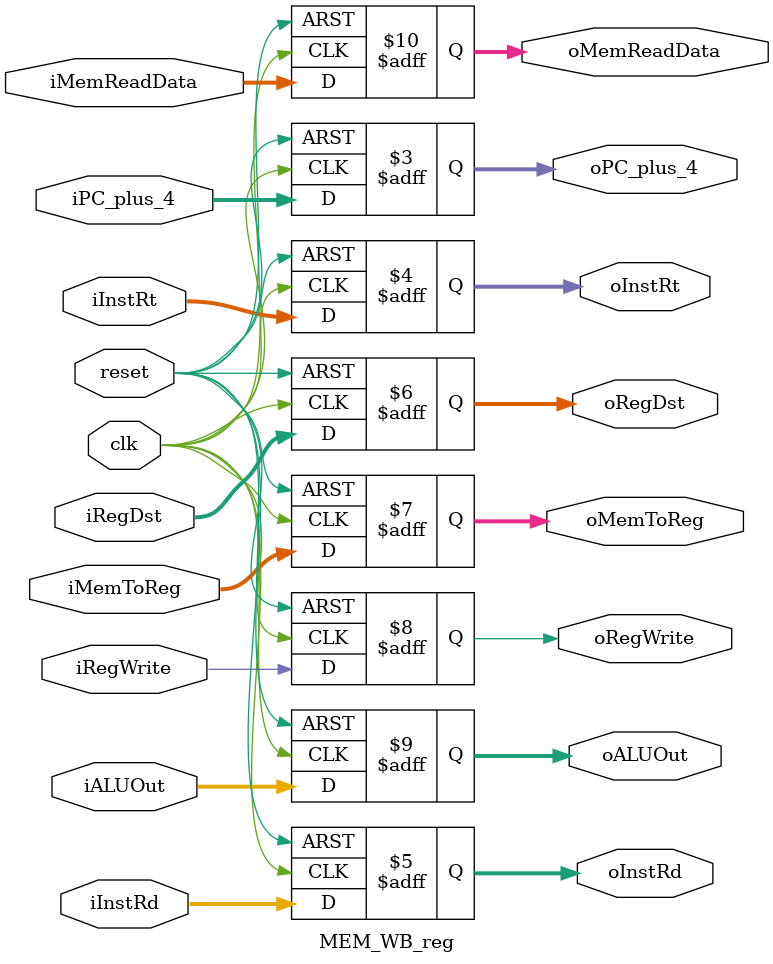
<source format=v>
`timescale 1ns / 1ps

module MEM_WB_reg(
	input			clk,
	input			reset,
	input	[31:0]	iPC_plus_4,
	input	[4:0]	iInstRt,
	input	[4:0]	iInstRd,
	input	[1:0]	iRegDst,
	input	[1:0]	iMemToReg,
	input			iRegWrite,
	input	[31:0]	iALUOut,
	input	[31:0]	iMemReadData,
	output	reg [31:0]	oPC_plus_4,
	output	reg [4:0]	oInstRt,
	output	reg [4:0]	oInstRd,
	output	reg [1:0]	oRegDst,
	output	reg [1:0]	oMemToReg,
	output	reg 		oRegWrite,
	output	reg [31:0]	oALUOut,
	output	reg [31:0]	oMemReadData);

	always @(posedge clk or negedge reset) begin
		if (~reset)
		begin
			oPC_plus_4 <= 32'h00000000;
			oInstRt <= 5'h00;
			oInstRd <= 5'h00;
			oRegDst <= 2'h0;
			oMemToReg <= 2'h0;
			oRegWrite <= 1'b0;
			oALUOut <= 32'h00000000;
			oMemReadData <= 32'h00000000;
		end
		else
		begin
			oPC_plus_4 <= iPC_plus_4;
			oInstRt <= iInstRt;
			oInstRd <= iInstRd;
			oRegDst <= iRegDst;
			oMemToReg <= iMemToReg;
			oRegWrite <= iRegWrite;
			oALUOut <= iALUOut;
			oMemReadData <= iMemReadData;
		end
	end
endmodule

</source>
